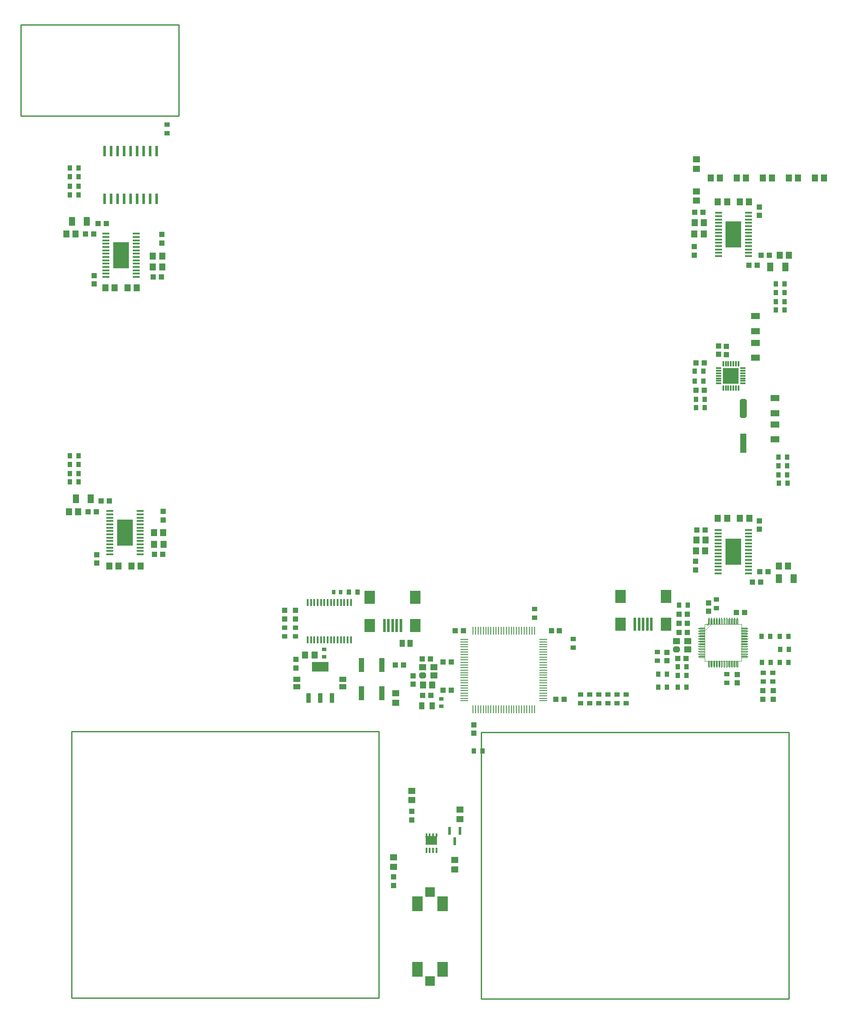
<source format=gtp>
G04*
G04 #@! TF.GenerationSoftware,Altium Limited,Altium NEXUS,2.1.5 (53)*
G04*
G04 Layer_Color=8421504*
%FSLAX44Y44*%
%MOMM*%
G71*
G01*
G75*
%ADD15C,0.2540*%
%ADD19C,0.0762*%
%ADD21C,0.0254*%
%ADD22R,1.2000X1.4000*%
%ADD23R,0.3480X1.3970*%
%ADD24R,0.9000X1.0000*%
%ADD25R,1.4000X1.2000*%
%ADD26R,1.0000X2.7500*%
%ADD27R,1.0000X1.0000*%
%ADD28R,1.5600X0.2800*%
%ADD29R,0.2800X1.5600*%
G04:AMPARAMS|DCode=30|XSize=1.4mm|YSize=1.15mm|CornerRadius=0mm|HoleSize=0mm|Usage=FLASHONLY|Rotation=180.000|XOffset=0mm|YOffset=0mm|HoleType=Round|Shape=Octagon|*
%AMOCTAGOND30*
4,1,8,-0.7000,0.2875,-0.7000,-0.2875,-0.4125,-0.5750,0.4125,-0.5750,0.7000,-0.2875,0.7000,0.2875,0.4125,0.5750,-0.4125,0.5750,-0.7000,0.2875,0.0*
%
%ADD30OCTAGOND30*%

%ADD31R,1.4000X1.1500*%
%ADD32R,1.0000X1.0000*%
%ADD33R,0.9000X0.8000*%
%ADD34R,1.0000X1.4000*%
%ADD35R,1.0000X0.9000*%
%ADD36R,2.0000X2.5000*%
%ADD37R,0.5000X2.5000*%
%ADD38R,1.1000X1.4000*%
%ADD39R,0.8000X0.9000*%
%ADD40R,1.0000X1.1000*%
%ADD41R,3.1496X3.1496*%
%ADD42R,1.0668X0.3048*%
%ADD43R,0.3048X1.0668*%
%ADD44R,1.8000X1.3000*%
G04:AMPARAMS|DCode=45|XSize=3.8mm|YSize=1.3mm|CornerRadius=0mm|HoleSize=0mm|Usage=FLASHONLY|Rotation=270.000|XOffset=0mm|YOffset=0mm|HoleType=Round|Shape=Octagon|*
%AMOCTAGOND45*
4,1,8,-0.3250,-1.9000,0.3250,-1.9000,0.6500,-1.5750,0.6500,1.5750,0.3250,1.9000,-0.3250,1.9000,-0.6500,1.5750,-0.6500,-1.5750,-0.3250,-1.9000,0.0*
%
%ADD45OCTAGOND45*%

%ADD46R,1.3000X3.8000*%
%ADD47R,0.6000X2.0600*%
%ADD48R,0.0770X0.2500*%
%ADD49R,2.2350X1.7250*%
%ADD50R,0.4050X0.5100*%
%ADD51R,0.4050X0.9900*%
%ADD52R,2.0000X2.9000*%
%ADD53R,1.9000X1.9000*%
%ADD54R,0.6100X1.6100*%
%ADD55R,0.9000X1.8600*%
%ADD56R,3.1900X1.8600*%
%ADD57R,1.4000X1.1000*%
%ADD58R,3.1000X5.1800*%
%ADD59R,1.4750X0.4500*%
%ADD60R,1.3000X1.8000*%
%ADD61R,1.4620X0.2394*%
%ADD62R,0.2394X1.4620*%
D15*
X700050Y91536D02*
Y611536D01*
X100050Y91536D02*
Y611536D01*
X700050D01*
X100050Y91536D02*
X700050D01*
X1372Y1812090D02*
Y1990090D01*
Y1812090D02*
X309372D01*
Y1990090D01*
X1372D02*
X309372D01*
X900000Y610000D02*
X1500000D01*
X900000Y90000D02*
X1500000D01*
Y610000D01*
X900000Y90000D02*
Y610000D01*
D19*
X1341232Y822796D02*
Y818261D01*
X1339342Y821662D02*
X1343121Y819395D01*
Y821662D02*
X1339342Y819395D01*
D21*
X1397703Y820928D02*
X1400497D01*
Y830834D01*
X1397703D02*
X1400497D01*
X1397703Y820928D02*
Y830834D01*
X1392703Y820928D02*
X1395497D01*
Y830834D01*
X1392703D02*
X1395497D01*
X1392703Y820928D02*
Y830834D01*
X1387703Y820928D02*
X1390497D01*
Y830834D01*
X1387703D02*
X1390497D01*
X1387703Y820928D02*
Y830834D01*
X1382703Y820928D02*
X1385497D01*
Y830834D01*
X1382703D02*
X1385497D01*
X1382703Y820928D02*
Y830834D01*
X1377703Y820928D02*
X1380497D01*
Y830834D01*
X1377703D02*
X1380497D01*
X1377703Y820928D02*
Y830834D01*
X1372703Y820928D02*
X1375497D01*
Y830834D01*
X1372703D02*
X1375497D01*
X1372703Y820928D02*
Y830834D01*
X1367703Y820928D02*
X1370497D01*
Y830834D01*
X1367703D02*
X1370497D01*
X1367703Y820928D02*
Y830834D01*
X1362703Y820928D02*
X1365497D01*
Y830834D01*
X1362703D02*
X1365497D01*
X1362703Y820928D02*
Y830834D01*
X1357703Y820928D02*
X1360497D01*
Y830834D01*
X1357703D02*
X1360497D01*
X1357703Y820928D02*
Y830834D01*
X1352703Y820928D02*
X1355497D01*
Y830834D01*
X1352703D02*
X1355497D01*
X1352703Y820928D02*
Y830834D01*
X1347703Y820928D02*
X1350497D01*
Y830834D01*
X1347703D02*
X1350497D01*
X1347703Y820928D02*
Y830834D01*
X1342703Y820928D02*
X1345497D01*
Y830834D01*
X1342703D02*
X1345497D01*
X1342703Y820928D02*
Y830834D01*
X1335532Y810963D02*
Y813757D01*
X1325626D02*
X1335532D01*
X1325626Y810963D02*
Y813757D01*
Y810963D02*
X1335532D01*
Y805963D02*
Y808757D01*
X1325626D02*
X1335532D01*
X1325626Y805963D02*
Y808757D01*
Y805963D02*
X1335532D01*
Y800963D02*
Y803757D01*
X1325626D02*
X1335532D01*
X1325626Y800963D02*
Y803757D01*
Y800963D02*
X1335532D01*
Y795963D02*
Y798757D01*
X1325626D02*
X1335532D01*
X1325626Y795963D02*
Y798757D01*
Y795963D02*
X1335532D01*
Y790963D02*
Y793757D01*
X1325626D02*
X1335532D01*
X1325626Y790963D02*
Y793757D01*
Y790963D02*
X1335532D01*
Y785963D02*
Y788757D01*
X1325626D02*
X1335532D01*
X1325626Y785963D02*
Y788757D01*
Y785963D02*
X1335532D01*
Y780963D02*
Y783757D01*
X1325626D02*
X1335532D01*
X1325626Y780963D02*
Y783757D01*
Y780963D02*
X1335532D01*
Y775963D02*
Y778757D01*
X1325626D02*
X1335532D01*
X1325626Y775963D02*
Y778757D01*
Y775963D02*
X1335532D01*
Y770963D02*
Y773757D01*
X1325626D02*
X1335532D01*
X1325626Y770963D02*
Y773757D01*
Y770963D02*
X1335532D01*
Y765963D02*
Y768757D01*
X1325626D02*
X1335532D01*
X1325626Y765963D02*
Y768757D01*
Y765963D02*
X1335532D01*
Y760963D02*
Y763757D01*
X1325626D02*
X1335532D01*
X1325626Y760963D02*
Y763757D01*
Y760963D02*
X1335532D01*
Y755963D02*
Y758757D01*
X1325626D02*
X1335532D01*
X1325626Y755963D02*
Y758757D01*
Y755963D02*
X1335532D01*
X1342703Y748792D02*
X1345497D01*
X1342703Y738886D02*
Y748792D01*
Y738886D02*
X1345497D01*
Y748792D01*
X1347703D02*
X1350497D01*
X1347703Y738886D02*
Y748792D01*
Y738886D02*
X1350497D01*
Y748792D01*
X1352703D02*
X1355497D01*
X1352703Y738886D02*
Y748792D01*
Y738886D02*
X1355497D01*
Y748792D01*
X1357703D02*
X1360497D01*
X1357703Y738886D02*
Y748792D01*
Y738886D02*
X1360497D01*
Y748792D01*
X1362703D02*
X1365497D01*
X1362703Y738886D02*
Y748792D01*
Y738886D02*
X1365497D01*
Y748792D01*
X1367703D02*
X1370497D01*
X1367703Y738886D02*
Y748792D01*
Y738886D02*
X1370497D01*
Y748792D01*
X1372703D02*
X1375497D01*
X1372703Y738886D02*
Y748792D01*
Y738886D02*
X1375497D01*
Y748792D01*
X1377703D02*
X1380497D01*
X1377703Y738886D02*
Y748792D01*
Y738886D02*
X1380497D01*
Y748792D01*
X1382703D02*
X1385497D01*
X1382703Y738886D02*
Y748792D01*
Y738886D02*
X1385497D01*
Y748792D01*
X1387703D02*
X1390497D01*
X1387703Y738886D02*
Y748792D01*
Y738886D02*
X1390497D01*
Y748792D01*
X1392703D02*
X1395497D01*
X1392703Y738886D02*
Y748792D01*
Y738886D02*
X1395497D01*
Y748792D01*
X1397703D02*
X1400497D01*
X1397703Y738886D02*
Y748792D01*
Y738886D02*
X1400497D01*
Y748792D01*
X1407668Y755963D02*
Y758757D01*
Y755963D02*
X1417574D01*
Y758757D01*
X1407668D02*
X1417574D01*
X1407668Y760963D02*
Y763757D01*
Y760963D02*
X1417574D01*
Y763757D01*
X1407668D02*
X1417574D01*
X1407668Y765963D02*
Y768757D01*
Y765963D02*
X1417574D01*
Y768757D01*
X1407668D02*
X1417574D01*
X1407668Y770963D02*
Y773757D01*
Y770963D02*
X1417574D01*
Y773757D01*
X1407668D02*
X1417574D01*
X1407668Y775963D02*
Y778757D01*
Y775963D02*
X1417574D01*
Y778757D01*
X1407668D02*
X1417574D01*
X1407668Y780963D02*
Y783757D01*
Y780963D02*
X1417574D01*
Y783757D01*
X1407668D02*
X1417574D01*
X1407668Y785963D02*
Y788757D01*
Y785963D02*
X1417574D01*
Y788757D01*
X1407668D02*
X1417574D01*
X1407668Y790963D02*
Y793757D01*
Y790963D02*
X1417574D01*
Y793757D01*
X1407668D02*
X1417574D01*
X1407668Y795963D02*
Y798757D01*
Y795963D02*
X1417574D01*
Y798757D01*
X1407668D02*
X1417574D01*
X1407668Y800963D02*
Y803757D01*
Y800963D02*
X1417574D01*
Y803757D01*
X1407668D02*
X1417574D01*
X1407668Y805963D02*
Y808757D01*
Y805963D02*
X1417574D01*
Y808757D01*
X1407668D02*
X1417574D01*
X1407668Y810963D02*
Y813757D01*
Y810963D02*
X1417574D01*
Y813757D01*
X1407668D02*
X1417574D01*
X1335532Y808228D02*
X1348232Y820928D01*
X1335532Y748792D02*
X1407668D01*
Y820928D01*
X1335532D02*
X1407668D01*
X1335532Y748792D02*
Y820928D01*
D22*
X1550560Y1691640D02*
D03*
X1568560D02*
D03*
X804020Y702310D02*
D03*
X786020D02*
D03*
X556150Y760730D02*
D03*
X574150D02*
D03*
X1517870Y1691640D02*
D03*
X1499870D02*
D03*
X1466960Y1691640D02*
D03*
X1448960D02*
D03*
X1416160D02*
D03*
X1398160D02*
D03*
X1365360D02*
D03*
X1347360D02*
D03*
X113250Y1040130D02*
D03*
X95250D02*
D03*
X90170Y1582420D02*
D03*
X108170D02*
D03*
X261510Y976630D02*
D03*
X279510D02*
D03*
X258970Y1517650D02*
D03*
X276970D02*
D03*
X217060Y934720D02*
D03*
X235060D02*
D03*
X209440Y1477010D02*
D03*
X227440D02*
D03*
X279400Y999490D02*
D03*
X261400D02*
D03*
X276970Y1539240D02*
D03*
X258970D02*
D03*
X173880Y934720D02*
D03*
X191880D02*
D03*
X166260Y1477010D02*
D03*
X184260D02*
D03*
X1498202Y934212D02*
D03*
X1480202D02*
D03*
X1481980Y1540510D02*
D03*
X1499980D02*
D03*
X1337420Y985520D02*
D03*
X1319420D02*
D03*
X1334118Y1604264D02*
D03*
X1316118D02*
D03*
X1379330Y1027430D02*
D03*
X1361330D02*
D03*
X1379330Y1644650D02*
D03*
X1361330D02*
D03*
X1318658Y963930D02*
D03*
X1336658D02*
D03*
X1315610Y1582420D02*
D03*
X1333610D02*
D03*
X1422510Y1027430D02*
D03*
X1404510D02*
D03*
X1422400Y1644650D02*
D03*
X1404400D02*
D03*
D23*
X561000Y863330D02*
D03*
X567500D02*
D03*
X574000D02*
D03*
X580500D02*
D03*
X587000D02*
D03*
X593500D02*
D03*
X600000D02*
D03*
X606500D02*
D03*
X613000D02*
D03*
X619500D02*
D03*
X626000D02*
D03*
X632500D02*
D03*
X639000D02*
D03*
X645500D02*
D03*
X561000Y790210D02*
D03*
X567500D02*
D03*
X574000D02*
D03*
X580500D02*
D03*
X587000D02*
D03*
X600000D02*
D03*
X593500D02*
D03*
X606500D02*
D03*
X613000D02*
D03*
X619500D02*
D03*
X626000D02*
D03*
X632500D02*
D03*
X639000D02*
D03*
X645500D02*
D03*
D24*
X1333364Y1295400D02*
D03*
X1316364D02*
D03*
X1332920Y1314450D02*
D03*
X1315920D02*
D03*
X641740Y883920D02*
D03*
X658740D02*
D03*
X885546Y573922D02*
D03*
X902546D02*
D03*
X1491860Y1450340D02*
D03*
X1474860D02*
D03*
X1491860Y1484630D02*
D03*
X1474860D02*
D03*
X1474860Y1433830D02*
D03*
X1491860D02*
D03*
X1474860Y1468120D02*
D03*
X1491860D02*
D03*
X1496940Y1112520D02*
D03*
X1479940D02*
D03*
X1496940Y1146810D02*
D03*
X1479940D02*
D03*
X1480330Y1096010D02*
D03*
X1497330D02*
D03*
X1479940Y1130300D02*
D03*
X1496940D02*
D03*
X96910Y1710690D02*
D03*
X113910D02*
D03*
X96910Y1675130D02*
D03*
X113910D02*
D03*
X113910Y1694180D02*
D03*
X96910D02*
D03*
X113910Y1658620D02*
D03*
X96910D02*
D03*
X96910Y1149350D02*
D03*
X113910D02*
D03*
X96910Y1115060D02*
D03*
X113910D02*
D03*
X113910Y1132840D02*
D03*
X96910D02*
D03*
X114300Y1098550D02*
D03*
X97300D02*
D03*
X1335650Y1259840D02*
D03*
X1318650D02*
D03*
X1318650Y1243330D02*
D03*
X1335650D02*
D03*
X1482480Y746760D02*
D03*
X1499480D02*
D03*
X1283090Y698500D02*
D03*
X1300090D02*
D03*
X1244990D02*
D03*
X1261990D02*
D03*
X1482870Y772160D02*
D03*
X1499870D02*
D03*
X1464310Y746760D02*
D03*
X1447310D02*
D03*
X1244990Y723900D02*
D03*
X1261990D02*
D03*
X1499480Y797560D02*
D03*
X1482480D02*
D03*
X1463920D02*
D03*
X1446920D02*
D03*
X1300090Y737870D02*
D03*
X1283090D02*
D03*
X1283090Y721360D02*
D03*
X1300090D02*
D03*
X1302630Y858520D02*
D03*
X1285630D02*
D03*
D25*
X732790Y667910D02*
D03*
Y685910D02*
D03*
X848360Y360790D02*
D03*
Y342790D02*
D03*
X728980Y347870D02*
D03*
Y365870D02*
D03*
X764540Y478172D02*
D03*
Y496172D02*
D03*
X858520Y441088D02*
D03*
Y459088D02*
D03*
X1319530Y1647080D02*
D03*
Y1665080D02*
D03*
Y1709310D02*
D03*
Y1727310D02*
D03*
D26*
X705800Y741240D02*
D03*
Y686240D02*
D03*
X665800D02*
D03*
Y741240D02*
D03*
D27*
X732410Y741680D02*
D03*
X748410D02*
D03*
X841120Y692150D02*
D03*
X825120D02*
D03*
X800734Y752856D02*
D03*
X784734D02*
D03*
X801750Y681990D02*
D03*
X785750D02*
D03*
X1036448Y808482D02*
D03*
X1052448D02*
D03*
X1045210Y674370D02*
D03*
X1061210D02*
D03*
X865250Y808482D02*
D03*
X849250D02*
D03*
X841374Y747268D02*
D03*
X825374D02*
D03*
X1335150Y1277620D02*
D03*
X1319150D02*
D03*
X1319150Y1330960D02*
D03*
X1335150D02*
D03*
X158370Y1061720D02*
D03*
X174370D02*
D03*
X152020Y1602740D02*
D03*
X168020D02*
D03*
X132970Y1040130D02*
D03*
X148970D02*
D03*
X143890Y1582420D02*
D03*
X127890D02*
D03*
X262510Y957580D02*
D03*
X278510D02*
D03*
X259970Y1498600D02*
D03*
X275970D02*
D03*
X1444750Y902970D02*
D03*
X1428750D02*
D03*
X1438020Y1521460D02*
D03*
X1422020D02*
D03*
X1459610Y923290D02*
D03*
X1443610D02*
D03*
X1462150Y1540510D02*
D03*
X1446150D02*
D03*
X1336420Y1004570D02*
D03*
X1320420D02*
D03*
X1332610Y1624330D02*
D03*
X1316610D02*
D03*
X1302130Y805180D02*
D03*
X1286130D02*
D03*
X1301750Y822960D02*
D03*
X1285750D02*
D03*
X1413382Y844042D02*
D03*
X1397382D02*
D03*
X1299210Y754380D02*
D03*
X1283210D02*
D03*
X1302130Y840740D02*
D03*
X1286130D02*
D03*
D28*
X866810Y791520D02*
D03*
Y786520D02*
D03*
Y781520D02*
D03*
Y776520D02*
D03*
Y771520D02*
D03*
Y766520D02*
D03*
Y761520D02*
D03*
Y756520D02*
D03*
Y751520D02*
D03*
Y746520D02*
D03*
Y741520D02*
D03*
Y736520D02*
D03*
Y731520D02*
D03*
Y726520D02*
D03*
Y721520D02*
D03*
Y716520D02*
D03*
Y711520D02*
D03*
Y706520D02*
D03*
Y701520D02*
D03*
Y696520D02*
D03*
Y691520D02*
D03*
Y686520D02*
D03*
Y681520D02*
D03*
Y676520D02*
D03*
Y671520D02*
D03*
X1020410D02*
D03*
Y676520D02*
D03*
Y681520D02*
D03*
Y686520D02*
D03*
Y691520D02*
D03*
Y696520D02*
D03*
Y701520D02*
D03*
Y706520D02*
D03*
Y711520D02*
D03*
Y716520D02*
D03*
Y721520D02*
D03*
Y726520D02*
D03*
Y731520D02*
D03*
Y736520D02*
D03*
Y741520D02*
D03*
Y746520D02*
D03*
Y751520D02*
D03*
Y756520D02*
D03*
Y761520D02*
D03*
Y766520D02*
D03*
Y771520D02*
D03*
Y776520D02*
D03*
Y781520D02*
D03*
Y786520D02*
D03*
Y791520D02*
D03*
D29*
X883610Y654720D02*
D03*
X888610D02*
D03*
X893610D02*
D03*
X898610D02*
D03*
X903610D02*
D03*
X908610D02*
D03*
X913610D02*
D03*
X918610D02*
D03*
X923610D02*
D03*
X928610D02*
D03*
X933610D02*
D03*
X938610D02*
D03*
X943610D02*
D03*
X948610D02*
D03*
X953610D02*
D03*
X958610D02*
D03*
X963610D02*
D03*
X968610D02*
D03*
X973610D02*
D03*
X978610D02*
D03*
X983610D02*
D03*
X988610D02*
D03*
X993610D02*
D03*
X998610D02*
D03*
X1003610D02*
D03*
Y808320D02*
D03*
X998610D02*
D03*
X993610D02*
D03*
X988610D02*
D03*
X983610D02*
D03*
X978610D02*
D03*
X973610D02*
D03*
X968610D02*
D03*
X963610D02*
D03*
X958610D02*
D03*
X953610D02*
D03*
X948610D02*
D03*
X943610D02*
D03*
X938610D02*
D03*
X933610D02*
D03*
X928610D02*
D03*
X923610D02*
D03*
X918610D02*
D03*
X913610D02*
D03*
X908610D02*
D03*
X903610D02*
D03*
X898610D02*
D03*
X893610D02*
D03*
X888610D02*
D03*
X883610D02*
D03*
D30*
X785290Y720980D02*
D03*
X1280590Y771780D02*
D03*
D31*
X807290Y736980D02*
D03*
X785290D02*
D03*
X807290Y720980D02*
D03*
X1302590Y787780D02*
D03*
X1280590D02*
D03*
X1302590Y771780D02*
D03*
D32*
X767080Y720470D02*
D03*
Y704470D02*
D03*
X885444Y624458D02*
D03*
Y608458D02*
D03*
X1378204Y1347090D02*
D03*
Y1363090D02*
D03*
X1363218Y1347852D02*
D03*
Y1363852D02*
D03*
X149860Y940690D02*
D03*
Y956690D02*
D03*
X144780Y1484630D02*
D03*
Y1500630D02*
D03*
X1442720Y1022730D02*
D03*
Y1006730D02*
D03*
Y1634870D02*
D03*
Y1618870D02*
D03*
X1262380Y766190D02*
D03*
Y750190D02*
D03*
X1343660Y846710D02*
D03*
Y862710D02*
D03*
X1399540Y723010D02*
D03*
Y707010D02*
D03*
D33*
X821690Y675020D02*
D03*
Y661020D02*
D03*
X593090Y757540D02*
D03*
Y771540D02*
D03*
D34*
X803750Y661670D02*
D03*
X783750D02*
D03*
D35*
X1093470Y667140D02*
D03*
Y684140D02*
D03*
X1111250Y667140D02*
D03*
Y684140D02*
D03*
X1079246Y775344D02*
D03*
Y792344D02*
D03*
X1129030Y667140D02*
D03*
Y684140D02*
D03*
X1146810Y667140D02*
D03*
Y684140D02*
D03*
X1182370Y684140D02*
D03*
Y667140D02*
D03*
X1164590Y684140D02*
D03*
Y667140D02*
D03*
X1003554Y850764D02*
D03*
Y833764D02*
D03*
X537718Y814442D02*
D03*
Y797442D02*
D03*
X515874Y814188D02*
D03*
Y797188D02*
D03*
X286512Y1778390D02*
D03*
Y1795390D02*
D03*
X1243330Y749690D02*
D03*
Y766690D02*
D03*
X1379220Y706510D02*
D03*
Y723510D02*
D03*
X1358646Y869306D02*
D03*
Y852306D02*
D03*
X1449832Y709050D02*
D03*
Y726050D02*
D03*
X1468882Y708796D02*
D03*
Y725796D02*
D03*
D36*
X682192Y873234D02*
D03*
X771392D02*
D03*
X682192Y818434D02*
D03*
X771392D02*
D03*
X1171200Y875520D02*
D03*
X1260400D02*
D03*
X1171200Y820720D02*
D03*
X1260400D02*
D03*
D37*
X710792Y818434D02*
D03*
X718792D02*
D03*
X726792D02*
D03*
X734792D02*
D03*
X742792D02*
D03*
X1199800Y820720D02*
D03*
X1207800D02*
D03*
X1215800D02*
D03*
X1223800D02*
D03*
X1231800D02*
D03*
D38*
X760610Y783590D02*
D03*
X745610D02*
D03*
D39*
X611490Y883920D02*
D03*
X625490D02*
D03*
D40*
X537464Y848106D02*
D03*
Y831106D02*
D03*
X516128Y848106D02*
D03*
Y831106D02*
D03*
X728980Y311540D02*
D03*
Y328540D02*
D03*
X764540Y439302D02*
D03*
Y456302D02*
D03*
X538480Y735720D02*
D03*
Y752720D02*
D03*
X279400Y1041010D02*
D03*
Y1024010D02*
D03*
X276860Y1581150D02*
D03*
Y1564150D02*
D03*
X1318006Y926728D02*
D03*
Y943728D02*
D03*
X1315720Y1540900D02*
D03*
Y1557900D02*
D03*
X1449578Y691506D02*
D03*
Y674506D02*
D03*
X1469136D02*
D03*
Y691506D02*
D03*
D41*
X1386840Y1305560D02*
D03*
D42*
X1410462Y1320546D02*
D03*
Y1315466D02*
D03*
Y1310640D02*
D03*
Y1305560D02*
D03*
Y1300480D02*
D03*
Y1295654D02*
D03*
Y1290574D02*
D03*
X1363218D02*
D03*
Y1295654D02*
D03*
Y1300480D02*
D03*
Y1305560D02*
D03*
Y1310640D02*
D03*
Y1315466D02*
D03*
Y1320546D02*
D03*
D43*
X1401826Y1281938D02*
D03*
X1396746D02*
D03*
X1391920D02*
D03*
X1386840D02*
D03*
X1381760D02*
D03*
X1376934D02*
D03*
X1371854D02*
D03*
Y1329182D02*
D03*
X1376934D02*
D03*
X1381760D02*
D03*
X1386840D02*
D03*
X1391920D02*
D03*
X1396746D02*
D03*
X1401826D02*
D03*
D44*
X1473200Y1261640D02*
D03*
Y1232640D02*
D03*
X1473200Y1210310D02*
D03*
Y1181310D02*
D03*
X1435100Y1340590D02*
D03*
Y1369590D02*
D03*
Y1392660D02*
D03*
Y1421660D02*
D03*
D45*
X1410970Y1242060D02*
D03*
D46*
Y1174060D02*
D03*
D47*
X165100Y1743710D02*
D03*
X177800D02*
D03*
X190500D02*
D03*
X203200D02*
D03*
X215900D02*
D03*
X228600D02*
D03*
X241300D02*
D03*
X254000D02*
D03*
X266700D02*
D03*
Y1650910D02*
D03*
X254000D02*
D03*
X241300D02*
D03*
X228600D02*
D03*
X215900D02*
D03*
X203200D02*
D03*
X190500D02*
D03*
X177800D02*
D03*
X165100D02*
D03*
D48*
X791080Y406720D02*
D03*
X814200D02*
D03*
D49*
X802620Y399350D02*
D03*
D50*
X792720Y410520D02*
D03*
X799320D02*
D03*
X805920D02*
D03*
X812520D02*
D03*
D51*
Y379420D02*
D03*
X805920D02*
D03*
X799320D02*
D03*
X792720D02*
D03*
D52*
X824230Y275590D02*
D03*
X775230D02*
D03*
X824230Y147990D02*
D03*
X775230D02*
D03*
D53*
X799730Y298490D02*
D03*
Y125090D02*
D03*
D54*
X858610Y417620D02*
D03*
X838110D02*
D03*
X848360Y397720D02*
D03*
D55*
X562470Y676640D02*
D03*
X585470D02*
D03*
X608470D02*
D03*
D56*
X585470Y738140D02*
D03*
D57*
X539750Y698620D02*
D03*
Y713620D02*
D03*
X629920Y713620D02*
D03*
Y698620D02*
D03*
D58*
X204470Y999490D02*
D03*
X196850Y1540510D02*
D03*
X1391750Y962470D02*
D03*
X1391920Y1581150D02*
D03*
D59*
X233850Y1041740D02*
D03*
Y1035240D02*
D03*
Y1028740D02*
D03*
Y1022240D02*
D03*
Y1015740D02*
D03*
Y1009240D02*
D03*
Y1002740D02*
D03*
Y996240D02*
D03*
Y989740D02*
D03*
Y983240D02*
D03*
Y976740D02*
D03*
Y970240D02*
D03*
Y963740D02*
D03*
Y957240D02*
D03*
X175090D02*
D03*
Y963740D02*
D03*
Y970240D02*
D03*
Y976740D02*
D03*
Y983240D02*
D03*
Y989740D02*
D03*
Y996240D02*
D03*
Y1002740D02*
D03*
Y1009240D02*
D03*
Y1015740D02*
D03*
Y1022240D02*
D03*
Y1028740D02*
D03*
Y1035240D02*
D03*
Y1041740D02*
D03*
X226230Y1582760D02*
D03*
Y1576260D02*
D03*
Y1569760D02*
D03*
Y1563260D02*
D03*
Y1556760D02*
D03*
Y1550260D02*
D03*
Y1543760D02*
D03*
Y1537260D02*
D03*
Y1530760D02*
D03*
Y1524260D02*
D03*
Y1517760D02*
D03*
Y1511260D02*
D03*
Y1504760D02*
D03*
Y1498260D02*
D03*
X167470D02*
D03*
Y1504760D02*
D03*
Y1511260D02*
D03*
Y1517760D02*
D03*
Y1524260D02*
D03*
Y1530760D02*
D03*
Y1537260D02*
D03*
Y1543760D02*
D03*
Y1550260D02*
D03*
Y1556760D02*
D03*
Y1563260D02*
D03*
Y1569760D02*
D03*
Y1576260D02*
D03*
Y1582760D02*
D03*
X1362370Y920220D02*
D03*
Y926720D02*
D03*
Y933220D02*
D03*
Y939720D02*
D03*
Y946220D02*
D03*
Y952720D02*
D03*
Y959220D02*
D03*
Y965720D02*
D03*
Y972220D02*
D03*
Y978720D02*
D03*
Y985220D02*
D03*
Y991720D02*
D03*
Y998220D02*
D03*
Y1004720D02*
D03*
X1421130D02*
D03*
Y998220D02*
D03*
Y991720D02*
D03*
Y985220D02*
D03*
Y978720D02*
D03*
Y972220D02*
D03*
Y965720D02*
D03*
Y959220D02*
D03*
Y952720D02*
D03*
Y946220D02*
D03*
Y939720D02*
D03*
Y933220D02*
D03*
Y926720D02*
D03*
Y920220D02*
D03*
X1362540Y1538900D02*
D03*
Y1545400D02*
D03*
Y1551900D02*
D03*
Y1558400D02*
D03*
Y1564900D02*
D03*
Y1571400D02*
D03*
Y1577900D02*
D03*
Y1584400D02*
D03*
Y1590900D02*
D03*
Y1597400D02*
D03*
Y1603900D02*
D03*
Y1610400D02*
D03*
Y1616900D02*
D03*
Y1623400D02*
D03*
X1421300D02*
D03*
Y1616900D02*
D03*
Y1610400D02*
D03*
Y1603900D02*
D03*
Y1597400D02*
D03*
Y1590900D02*
D03*
Y1584400D02*
D03*
Y1577900D02*
D03*
Y1571400D02*
D03*
Y1564900D02*
D03*
Y1558400D02*
D03*
Y1551900D02*
D03*
Y1545400D02*
D03*
Y1538900D02*
D03*
D60*
X108690Y1065530D02*
D03*
X137690D02*
D03*
X101070Y1606550D02*
D03*
X130070D02*
D03*
X1480290Y910082D02*
D03*
X1509290D02*
D03*
X1492780Y1517650D02*
D03*
X1463780D02*
D03*
D61*
X1329436Y812360D02*
D03*
Y807360D02*
D03*
Y802360D02*
D03*
Y797360D02*
D03*
Y792360D02*
D03*
Y787360D02*
D03*
Y782360D02*
D03*
Y777360D02*
D03*
Y772360D02*
D03*
Y767360D02*
D03*
Y762360D02*
D03*
Y757360D02*
D03*
X1413764D02*
D03*
Y762360D02*
D03*
Y767360D02*
D03*
Y772360D02*
D03*
Y777360D02*
D03*
Y782360D02*
D03*
Y787360D02*
D03*
Y792360D02*
D03*
Y797360D02*
D03*
Y802360D02*
D03*
Y807360D02*
D03*
Y812360D02*
D03*
D62*
X1344100Y742696D02*
D03*
X1349100D02*
D03*
X1354100D02*
D03*
X1359100D02*
D03*
X1364100D02*
D03*
X1369100D02*
D03*
X1374100D02*
D03*
X1379100D02*
D03*
X1384100D02*
D03*
X1389100D02*
D03*
X1394100D02*
D03*
X1399100D02*
D03*
Y827024D02*
D03*
X1394100D02*
D03*
X1389100D02*
D03*
X1384100D02*
D03*
X1379100D02*
D03*
X1374100D02*
D03*
X1369100D02*
D03*
X1364100D02*
D03*
X1359100D02*
D03*
X1354100D02*
D03*
X1349100D02*
D03*
X1344100D02*
D03*
M02*

</source>
